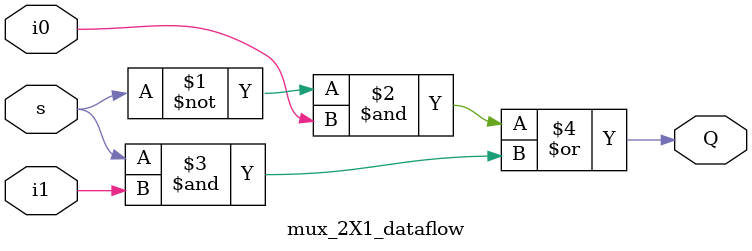
<source format=v>
module mux_2X1_dataflow(
  input wire i0,
  input wire i1,
  input wire s,
  output wire Q
);
  assign Q = (~s & i0) | (s & i1);
endmodule

</source>
